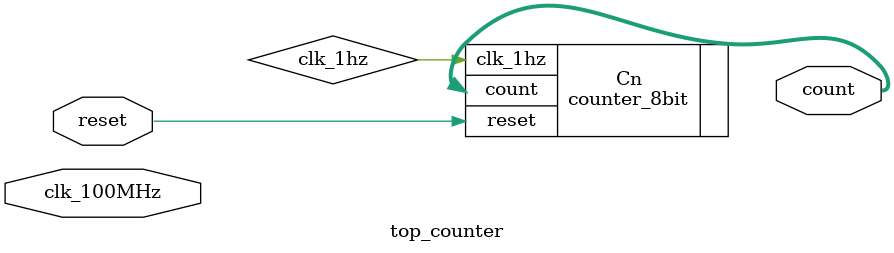
<source format=v>
`timescale 1ns / 1ps

module top_counter(
    input clk_100MHz,
    input reset,
    output [7:0] count
    );
    wire clk_8Mhz;
    clk_div_cmt instance_name(.clk_8Mhz(clk_8Mhz),.clk_100MHz(clk_100MHz));     
    wire clk_1hz;
    clk_div_rtl a(.clk_8MHz(clk_8MHz),.clk_1Hz(clk_1Hz));
    counter_8bit Cn(.clk_1hz(clk_1hz), .reset(reset),.count(count));

endmodule




</source>
